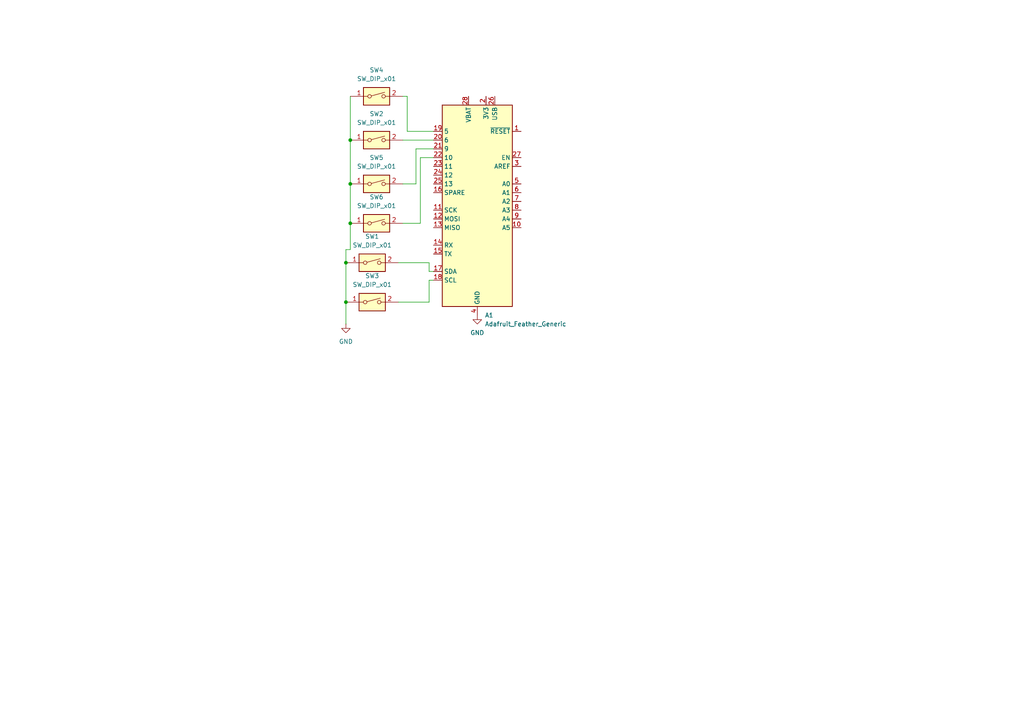
<source format=kicad_sch>
(kicad_sch (version 20231120) (generator "eeschema") (generator_version "8.0")
  (paper "A4")
  (lib_symbols
    (symbol "MCU_Module:Adafruit_Feather_Generic"
      (property "Reference" "A1" (at 2.1941 -33.02 0))
      (property "Value" "Adafruit_Feather_Generic" (at 2.1941 -35.56 0))
      (symbol "Adafruit_Feather_Generic_0_1"
        (rectangle (start -10.16 27.94) (end 10.16 -30.48) (stroke (width 0.254)) (fill (type background)))
      )
      (symbol "Adafruit_Feather_Generic_1_1"
        (pin input line (at 12.7 20.32 180) (length 2.54) (name "~{RESET}") (number "1"))
        (pin bidirectional line (at 12.7 -7.62 180) (length 2.54) (name "A5") (number "10"))
        (pin bidirectional line (at -12.7 -2.54 0) (length 2.54) (name "SCK") (number "11"))
        (pin bidirectional line (at -12.7 -5.08 0) (length 2.54) (name "MOSI") (number "12"))
        (pin bidirectional line (at -12.7 -7.62 0) (length 2.54) (name "MISO") (number "13"))
        (pin bidirectional line (at -12.7 -12.7 0) (length 2.54) (name "RX") (number "14"))
        (pin bidirectional line (at -12.7 -15.24 0) (length 2.54) (name "TX") (number "15"))
        (pin bidirectional line (at -12.7 2.54 0) (length 2.54) (name "SPARE") (number "16"))
        (pin bidirectional line (at -12.7 -20.32 0) (length 2.54) (name "SDA") (number "17"))
        (pin bidirectional line (at -12.7 -22.86 0) (length 2.54) (name "SCL") (number "18"))
        (pin bidirectional line (at -12.7 20.32 0) (length 2.54) (name "5") (number "19"))
        (pin power_in line (at 2.54 30.48 270) (length 2.54) (name "3V3") (number "2"))
        (pin bidirectional line (at -12.7 17.78 0) (length 2.54) (name "6") (number "20"))
        (pin bidirectional line (at -12.7 15.24 0) (length 2.54) (name "9") (number "21"))
        (pin bidirectional line (at -12.7 12.7 0) (length 2.54) (name "10") (number "22"))
        (pin bidirectional line (at -12.7 10.16 0) (length 2.54) (name "11") (number "23"))
        (pin bidirectional line (at -12.7 7.62 0) (length 2.54) (name "12") (number "24"))
        (pin bidirectional line (at -12.7 5.08 0) (length 2.54) (name "13") (number "25"))
        (pin power_in line (at 5.08 30.48 270) (length 2.54) (name "USB") (number "26"))
        (pin input line (at 12.7 12.7 180) (length 2.54) (name "EN") (number "27"))
        (pin power_in line (at -2.54 30.48 270) (length 2.54) (name "VBAT") (number "28"))
        (pin input line (at 12.7 10.16 180) (length 2.54) (name "AREF") (number "3"))
        (pin power_in line (at 0 -33.02 90) (length 2.54) (name "GND") (number "4"))
        (pin bidirectional line (at 12.7 5.08 180) (length 2.54) (name "A0") (number "5"))
        (pin bidirectional line (at 12.7 2.54 180) (length 2.54) (name "A1") (number "6"))
        (pin bidirectional line (at 12.7 0 180) (length 2.54) (name "A2") (number "7"))
        (pin bidirectional line (at 12.7 -2.54 180) (length 2.54) (name "A3") (number "8"))
        (pin bidirectional line (at 12.7 -5.08 180) (length 2.54) (name "A4") (number "9"))
      )
    )
    (symbol "Switch:SW_DIP_x01" (pin_names (offset 0) hide)
      (property "Reference" "SW" (at 0 3.81 0))
      (property "Value" "SW_DIP_x01" (at 0 -3.81 0))
      (symbol "SW_DIP_x01_0_0"
        (circle (center -2.032 0) (radius 0.508))
        (polyline (pts (xy -1.524 0.127) (xy 2.3622 1.1684)))
        (circle (center 2.032 0) (radius 0.508))
      )
      (symbol "SW_DIP_x01_0_1"
        (rectangle (start -3.81 2.54) (end 3.81 -2.54) (stroke (width 0.254)) (fill (type background)))
      )
      (symbol "SW_DIP_x01_1_1"
        (pin passive line (at -7.62 0 0) (length 5.08) (name "~") (number "1"))
        (pin passive line (at 7.62 0 180) (length 5.08) (name "~") (number "2"))
      )
    )
    (symbol "power:GND" (power) (pin_numbers hide) (pin_names (offset 0) hide)
      (property "Value" "GND" (at 0 -3.81 0))
      (symbol "GND_0_1"
        (polyline (pts (xy 0 0) (xy 0 -1.27) (xy 1.27 -1.27) (xy 0 -2.54) (xy -1.27 -1.27) (xy 0 -1.27)))
      )
      (symbol "GND_1_1"
        (pin power_in line (at 0 0 270) (length 0) (name "~") (number "1"))
      )
    )
  )
  (junction (at 101.6 53.34))
  (junction (at 100.33 87.63))
  (junction (at 101.6 40.64))
  (junction (at 100.33 76.2))
  (junction (at 101.6 64.77))
  (wire (pts (xy 120.65 43.18) (xy 125.73 43.18)))
  (wire (pts (xy 100.33 76.2) (xy 100.33 87.63)))
  (wire (pts (xy 101.6 53.34) (xy 101.6 64.77)))
  (wire (pts (xy 121.92 45.72) (xy 121.92 64.77)))
  (wire (pts (xy 100.33 72.39) (xy 100.33 76.2)))
  (wire (pts (xy 115.57 87.63) (xy 124.46 87.63)))
  (wire (pts (xy 116.84 53.34) (xy 120.65 53.34)))
  (wire (pts (xy 116.84 27.94) (xy 118.11 27.94)))
  (wire (pts (xy 101.6 27.94) (xy 101.6 40.64)))
  (wire (pts (xy 100.33 87.63) (xy 100.33 93.98)))
  (wire (pts (xy 115.57 76.2) (xy 124.46 76.2)))
  (wire (pts (xy 121.92 64.77) (xy 116.84 64.77)))
  (wire (pts (xy 124.46 78.74) (xy 125.73 78.74)))
  (wire (pts (xy 101.6 64.77) (xy 101.6 72.39)))
  (wire (pts (xy 101.6 40.64) (xy 101.6 53.34)))
  (wire (pts (xy 125.73 45.72) (xy 121.92 45.72)))
  (wire (pts (xy 118.11 38.1) (xy 125.73 38.1)))
  (wire (pts (xy 116.84 40.64) (xy 125.73 40.64)))
  (wire (pts (xy 118.11 27.94) (xy 118.11 38.1)))
  (wire (pts (xy 124.46 81.28) (xy 125.73 81.28)))
  (wire (pts (xy 120.65 53.34) (xy 120.65 43.18)))
  (wire (pts (xy 124.46 76.2) (xy 124.46 78.74)))
  (wire (pts (xy 124.46 87.63) (xy 124.46 81.28)))
  (wire (pts (xy 101.6 72.39) (xy 100.33 72.39)))
  (symbol (lib_id "Switch:SW_DIP_x01") (at 109.22 40.64 0) (unit 1)
    (property "Reference" "SW2" (at 109.22 33.02 0))
    (property "Value" "SW_DIP_x01" (at 109.22 35.56 0))
    (property "Description" "1x DIP Switch, Single Pole Single Throw (SPST) switch, small symbol" (effects (hide yes)))
  )
  (symbol (lib_id "Switch:SW_DIP_x01") (at 107.95 87.63 0) (unit 1)
    (property "Reference" "SW3" (at 107.95 80.01 0))
    (property "Value" "SW_DIP_x01" (at 107.95 82.55 0))
    (property "Description" "1x DIP Switch, Single Pole Single Throw (SPST) switch, small symbol" (effects (hide yes)))
  )
  (symbol (lib_id "Switch:SW_DIP_x01") (at 109.22 53.34 0) (unit 1)
    (property "Reference" "SW5" (at 109.22 45.72 0))
    (property "Value" "SW_DIP_x01" (at 109.22 48.26 0))
    (property "Description" "1x DIP Switch, Single Pole Single Throw (SPST) switch, small symbol" (effects (hide yes)))
  )
  (symbol (lib_id "Switch:SW_DIP_x01") (at 107.95 76.2 0) (unit 1)
    (property "Reference" "SW1" (at 107.95 68.58 0))
    (property "Value" "SW_DIP_x01" (at 107.95 71.12 0))
    (property "Description" "1x DIP Switch, Single Pole Single Throw (SPST) switch, small symbol" (effects (hide yes)))
  )
  (symbol (lib_id "power:GND") (at 100.33 93.98 0) (unit 1)
    (property "Reference" "#PWR02" (effects (hide yes)))
    (property "Value" "GND" (at 100.33 99.06 0))
    (property "Description" "Power symbol creates a global label with name \"GND\" , ground" (effects (hide yes)))
  )
  (symbol (lib_id "power:GND") (at 138.43 91.44 0) (unit 1)
    (property "Reference" "#PWR01" (effects (hide yes)))
    (property "Value" "GND" (at 138.43 96.52 0))
    (property "Description" "Power symbol creates a global label with name \"GND\" , ground" (effects (hide yes)))
  )
  (symbol (lib_id "Switch:SW_DIP_x01") (at 109.22 64.77 0) (unit 1)
    (property "Reference" "SW6" (at 109.22 57.15 0))
    (property "Value" "SW_DIP_x01" (at 109.22 59.69 0))
    (property "Description" "1x DIP Switch, Single Pole Single Throw (SPST) switch, small symbol" (effects (hide yes)))
  )
  (symbol (lib_id "MCU_Module:Adafruit_Feather_Generic") (at 138.43 58.42 0) (unit 1)
    (property "Reference" "A1" (at 140.6241 91.44 0) (effects (justify left)))
    (property "Value" "Adafruit_Feather_Generic" (at 140.6241 93.98 0) (effects (justify left)))
    (property "Footprint" "Module:Adafruit_Feather" (effects (hide yes)))
    (property "Datasheet" "https://cdn-learn.adafruit.com/downloads/pdf/adafruit-feather.pdf" (effects (hide yes)))
    (property "Description" "Microcontroller module in various flavor, generic symbol" (effects (hide yes)))
  )
  (symbol (lib_id "Switch:SW_DIP_x01") (at 109.22 27.94 0) (unit 1)
    (property "Reference" "SW4" (at 109.22 20.32 0))
    (property "Value" "SW_DIP_x01" (at 109.22 22.86 0))
    (property "Description" "1x DIP Switch, Single Pole Single Throw (SPST) switch, small symbol" (effects (hide yes)))
  )
)
</source>
